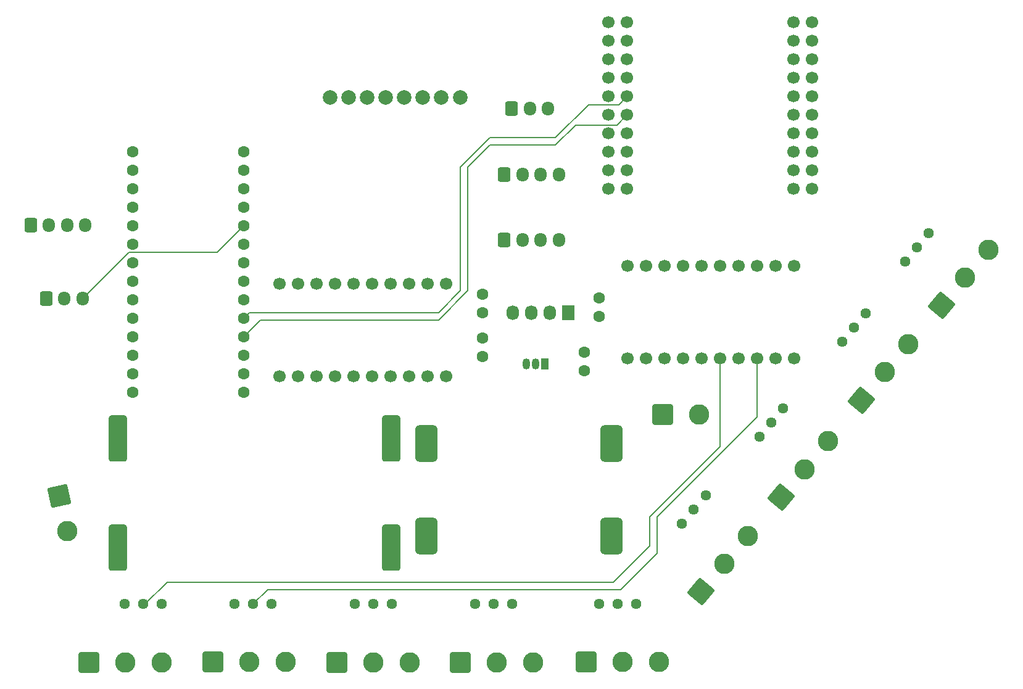
<source format=gbr>
%TF.GenerationSoftware,KiCad,Pcbnew,9.0.7*%
%TF.CreationDate,2026-01-22T08:28:16-05:00*%
%TF.ProjectId,ProtosuitDevBoard,50726f74-6f73-4756-9974-446576426f61,rev?*%
%TF.SameCoordinates,Original*%
%TF.FileFunction,Copper,L4,Bot*%
%TF.FilePolarity,Positive*%
%FSLAX46Y46*%
G04 Gerber Fmt 4.6, Leading zero omitted, Abs format (unit mm)*
G04 Created by KiCad (PCBNEW 9.0.7) date 2026-01-22 08:28:16*
%MOMM*%
%LPD*%
G01*
G04 APERTURE LIST*
G04 Aperture macros list*
%AMRoundRect*
0 Rectangle with rounded corners*
0 $1 Rounding radius*
0 $2 $3 $4 $5 $6 $7 $8 $9 X,Y pos of 4 corners*
0 Add a 4 corners polygon primitive as box body*
4,1,4,$2,$3,$4,$5,$6,$7,$8,$9,$2,$3,0*
0 Add four circle primitives for the rounded corners*
1,1,$1+$1,$2,$3*
1,1,$1+$1,$4,$5*
1,1,$1+$1,$6,$7*
1,1,$1+$1,$8,$9*
0 Add four rect primitives between the rounded corners*
20,1,$1+$1,$2,$3,$4,$5,0*
20,1,$1+$1,$4,$5,$6,$7,0*
20,1,$1+$1,$6,$7,$8,$9,0*
20,1,$1+$1,$8,$9,$2,$3,0*%
G04 Aperture macros list end*
%TA.AperFunction,ComponentPad*%
%ADD10R,1.730000X2.030000*%
%TD*%
%TA.AperFunction,ComponentPad*%
%ADD11O,1.730000X2.030000*%
%TD*%
%TA.AperFunction,ComponentPad*%
%ADD12RoundRect,0.250001X-1.149999X-1.149999X1.149999X-1.149999X1.149999X1.149999X-1.149999X1.149999X0*%
%TD*%
%TA.AperFunction,ComponentPad*%
%ADD13C,2.800000*%
%TD*%
%TA.AperFunction,ComponentPad*%
%ADD14RoundRect,0.250000X-0.600000X-0.725000X0.600000X-0.725000X0.600000X0.725000X-0.600000X0.725000X0*%
%TD*%
%TA.AperFunction,ComponentPad*%
%ADD15O,1.700000X1.950000*%
%TD*%
%TA.AperFunction,ComponentPad*%
%ADD16RoundRect,0.250001X0.141745X-1.620155X1.620155X0.141745X-0.141745X1.620155X-1.620155X-0.141745X0*%
%TD*%
%TA.AperFunction,ComponentPad*%
%ADD17C,1.440000*%
%TD*%
%TA.AperFunction,ComponentPad*%
%ADD18C,1.600000*%
%TD*%
%TA.AperFunction,ComponentPad*%
%ADD19RoundRect,0.450000X-1.050000X-2.050000X1.050000X-2.050000X1.050000X2.050000X-1.050000X2.050000X0*%
%TD*%
%TA.AperFunction,ComponentPad*%
%ADD20RoundRect,0.381000X0.889000X1.524000X-0.889000X1.524000X-0.889000X-1.524000X0.889000X-1.524000X0*%
%TD*%
%TA.AperFunction,ComponentPad*%
%ADD21C,1.700000*%
%TD*%
%TA.AperFunction,ComponentPad*%
%ADD22C,2.000000*%
%TD*%
%TA.AperFunction,ComponentPad*%
%ADD23RoundRect,0.250001X-1.371645X0.873834X-0.873834X-1.371645X1.371645X-0.873834X0.873834X1.371645X0*%
%TD*%
%TA.AperFunction,ComponentPad*%
%ADD24R,1.050000X1.500000*%
%TD*%
%TA.AperFunction,ComponentPad*%
%ADD25O,1.050000X1.500000*%
%TD*%
%TA.AperFunction,Conductor*%
%ADD26C,0.200000*%
%TD*%
G04 APERTURE END LIST*
D10*
%TO.P,J16,1,Pin_1*%
%TO.N,GND*%
X161800000Y-93000000D03*
D11*
%TO.P,J16,2,Pin_2*%
%TO.N,+5V*%
X159260000Y-93000000D03*
%TO.P,J16,3,Pin_3*%
%TO.N,Net-(J16-Pin_3)*%
X156720000Y-93000000D03*
%TO.P,J16,4,Pin_4*%
%TO.N,Net-(J16-Pin_4)*%
X154180000Y-93000000D03*
%TD*%
D12*
%TO.P,J1,1,Pin_1*%
%TO.N,GND*%
X174750000Y-106967500D03*
D13*
%TO.P,J1,2,Pin_2*%
%TO.N,Net-(J1-Pin_2)*%
X179750000Y-106967500D03*
%TD*%
D14*
%TO.P,J15,1,Pin_1*%
%TO.N,GND*%
X88000000Y-81000000D03*
D15*
%TO.P,J15,2,Pin_2*%
%TO.N,Net-(J12-Pin_2)*%
X90500000Y-81000000D03*
%TO.P,J15,3,Pin_3*%
%TO.N,Net-(J15-Pin_3)*%
X93000000Y-81000000D03*
%TO.P,J15,4,Pin_4*%
%TO.N,Net-(J15-Pin_4)*%
X95500000Y-81000000D03*
%TD*%
D16*
%TO.P,J7,1,Pin_1*%
%TO.N,GND*%
X213000000Y-92000000D03*
D13*
%TO.P,J7,2,Pin_2*%
%TO.N,+5V*%
X216213938Y-88169778D03*
%TO.P,J7,3,Pin_3*%
%TO.N,Net-(J7-Pin_3)*%
X219427876Y-84339556D03*
%TD*%
D17*
%TO.P,RV8,1,1*%
%TO.N,Net-(J10-Pin_3)*%
X106000000Y-133000000D03*
%TO.P,RV8,2,2*%
%TO.N,Net-(U6-B4)*%
X103460000Y-133000000D03*
%TO.P,RV8,3,3*%
%TO.N,unconnected-(RV8-Pad3)*%
X100920000Y-133000000D03*
%TD*%
D18*
%TO.P,R3,1*%
%TO.N,GND*%
X164000000Y-98460000D03*
%TO.P,R3,2*%
%TO.N,Net-(Q1-B)*%
X164000000Y-101000000D03*
%TD*%
D19*
%TO.P,U2,1,VIN+*%
%TO.N,Net-(J1-Pin_2)*%
X142300000Y-110920000D03*
%TO.P,U2,2,GND_IN*%
%TO.N,GND*%
X142300000Y-123620000D03*
%TO.P,U2,3,VOUT*%
%TO.N,+5V*%
X167700000Y-110920000D03*
%TO.P,U2,4,GND_OUT*%
%TO.N,GND*%
X167700000Y-123620000D03*
%TD*%
D20*
%TO.P,U1,1,VIN+*%
%TO.N,Net-(J1-Pin_2)*%
X137500000Y-111580001D03*
X137500000Y-109040000D03*
%TO.P,U1,2,GND_IN*%
%TO.N,GND*%
X137500000Y-126540000D03*
X137500000Y-124000000D03*
%TO.P,U1,3,VOUT*%
%TO.N,Net-(J2-Pin_2)*%
X100000000Y-111540000D03*
X100000000Y-109000000D03*
%TO.P,U1,4,GND_OUT*%
%TO.N,GND*%
X100000000Y-126540000D03*
X100000000Y-123999999D03*
%TD*%
D12*
%TO.P,J5,1,Pin_1*%
%TO.N,GND*%
X130000000Y-141000000D03*
D13*
%TO.P,J5,2,Pin_2*%
%TO.N,+5V*%
X135000000Y-141000000D03*
%TO.P,J5,3,Pin_3*%
%TO.N,Net-(J5-Pin_3)*%
X140000000Y-141000000D03*
%TD*%
D18*
%TO.P,R2,1*%
%TO.N,Net-(Q1-B)*%
X166000000Y-93540000D03*
%TO.P,R2,2*%
%TO.N,Net-(U4-IO33)*%
X166000000Y-91000000D03*
%TD*%
D12*
%TO.P,J10,1,Pin_1*%
%TO.N,GND*%
X96000000Y-141000000D03*
D13*
%TO.P,J10,2,Pin_2*%
%TO.N,+5V*%
X101000000Y-141000000D03*
%TO.P,J10,3,Pin_3*%
%TO.N,Net-(J10-Pin_3)*%
X106000000Y-141000000D03*
%TD*%
D17*
%TO.P,RV6,1,1*%
%TO.N,Net-(J8-Pin_3)*%
X121080000Y-133000000D03*
%TO.P,RV6,2,2*%
%TO.N,Net-(U6-B2)*%
X118540000Y-133000000D03*
%TO.P,RV6,3,3*%
%TO.N,unconnected-(RV6-Pad3)*%
X116000000Y-133000000D03*
%TD*%
D14*
%TO.P,J12,1,Pin_1*%
%TO.N,GND*%
X90118520Y-91082198D03*
D15*
%TO.P,J12,2,Pin_2*%
%TO.N,Net-(J12-Pin_2)*%
X92618520Y-91082198D03*
%TO.P,J12,3,Pin_3*%
%TO.N,Net-(J12-Pin_3)*%
X95118520Y-91082198D03*
%TD*%
D12*
%TO.P,J3,1,Pin_1*%
%TO.N,GND*%
X147000000Y-141000000D03*
D13*
%TO.P,J3,2,Pin_2*%
%TO.N,+5V*%
X152000000Y-141000000D03*
%TO.P,J3,3,Pin_3*%
%TO.N,Net-(J3-Pin_3)*%
X157000000Y-141000000D03*
%TD*%
D16*
%TO.P,J11,1,Pin_1*%
%TO.N,GND*%
X202000000Y-105000000D03*
D13*
%TO.P,J11,2,Pin_2*%
%TO.N,+5V*%
X205213938Y-101169778D03*
%TO.P,J11,3,Pin_3*%
%TO.N,Net-(J11-Pin_3)*%
X208427876Y-97339556D03*
%TD*%
D17*
%TO.P,RV3,1,1*%
%TO.N,Net-(J4-Pin_3)*%
X180632681Y-118054247D03*
%TO.P,RV3,2,2*%
%TO.N,Net-(U5-B3)*%
X179000000Y-120000000D03*
%TO.P,RV3,3,3*%
%TO.N,unconnected-(RV3-Pad3)*%
X177367320Y-121945753D03*
%TD*%
D16*
%TO.P,J4,1,Pin_1*%
%TO.N,GND*%
X179980466Y-131300224D03*
D13*
%TO.P,J4,2,Pin_2*%
%TO.N,+5V*%
X183194404Y-127470002D03*
%TO.P,J4,3,Pin_3*%
%TO.N,Net-(J4-Pin_3)*%
X186408342Y-123639780D03*
%TD*%
D21*
%TO.P,U6,1,VA*%
%TO.N,Net-(J13-Pin_2)*%
X192780000Y-86580000D03*
%TO.P,U6,2,A1*%
%TO.N,Net-(U4-IO5)*%
X190240000Y-86580000D03*
%TO.P,U6,3,A2*%
%TO.N,Net-(U4-IO23)*%
X187700000Y-86580000D03*
%TO.P,U6,4,A3*%
%TO.N,Net-(U4-IO19)*%
X185160000Y-86580000D03*
%TO.P,U6,5,A4*%
%TO.N,Net-(U4-IO18)*%
X182620000Y-86580000D03*
%TO.P,U6,6,A5*%
%TO.N,Net-(U4-IO26)*%
X180080000Y-86580000D03*
%TO.P,U6,7,A6*%
%TO.N,unconnected-(U6-A6-Pad7)*%
X177540000Y-86580000D03*
%TO.P,U6,8,A7*%
%TO.N,unconnected-(U6-A7-Pad8)*%
X175000000Y-86580000D03*
%TO.P,U6,9,A8*%
%TO.N,unconnected-(U6-A8-Pad9)*%
X172460000Y-86580000D03*
%TO.P,U6,10,OE*%
%TO.N,unconnected-(U6-OE-Pad10)*%
X169920000Y-86580000D03*
%TO.P,U6,11,VB*%
%TO.N,+5V*%
X192780000Y-99280000D03*
%TO.P,U6,12,B1*%
%TO.N,Net-(U6-B1)*%
X190240000Y-99280000D03*
%TO.P,U6,13,B2*%
%TO.N,Net-(U6-B2)*%
X187700000Y-99280000D03*
%TO.P,U6,14,B3*%
%TO.N,Net-(U6-B3)*%
X185160000Y-99280001D03*
%TO.P,U6,15,B4*%
%TO.N,Net-(U6-B4)*%
X182620000Y-99280000D03*
%TO.P,U6,16,B5*%
%TO.N,Net-(U6-B5)*%
X180080000Y-99280000D03*
%TO.P,U6,17,B6*%
%TO.N,unconnected-(U6-B6-Pad17)*%
X177540000Y-99280000D03*
%TO.P,U6,18,B7*%
%TO.N,unconnected-(U6-B7-Pad18)*%
X175000000Y-99280000D03*
%TO.P,U6,19,B8*%
%TO.N,unconnected-(U6-B8-Pad19)*%
X172460000Y-99280000D03*
%TO.P,U6,20,GND*%
%TO.N,GND*%
X169920000Y-99280000D03*
%TD*%
D18*
%TO.P,R1,1*%
%TO.N,Net-(J13-Pin_2)*%
X150000000Y-90460000D03*
%TO.P,R1,2*%
%TO.N,Net-(J16-Pin_3)*%
X150000000Y-93000000D03*
%TD*%
D17*
%TO.P,RV5,1,1*%
%TO.N,Net-(J7-Pin_3)*%
X211265361Y-82108494D03*
%TO.P,RV5,2,2*%
%TO.N,Net-(U6-B1)*%
X209632680Y-84054247D03*
%TO.P,RV5,3,3*%
%TO.N,unconnected-(RV5-Pad3)*%
X208000000Y-86000000D03*
%TD*%
D14*
%TO.P,J14,1,Pin_1*%
%TO.N,GND*%
X153000000Y-83000000D03*
D15*
%TO.P,J14,2,Pin_2*%
%TO.N,Net-(J13-Pin_2)*%
X155500000Y-83000000D03*
%TO.P,J14,3,Pin_3*%
%TO.N,Net-(J13-Pin_3)*%
X158000000Y-83000000D03*
%TO.P,J14,4,Pin_4*%
%TO.N,Net-(J13-Pin_4)*%
X160500000Y-83000000D03*
%TD*%
D17*
%TO.P,RV4,1,1*%
%TO.N,Net-(J3-Pin_3)*%
X154080000Y-133000000D03*
%TO.P,RV4,2,2*%
%TO.N,Net-(U5-B4)*%
X151540000Y-133000000D03*
%TO.P,RV4,3,3*%
%TO.N,unconnected-(RV4-Pad3)*%
X149000000Y-133000000D03*
%TD*%
D12*
%TO.P,J6,1,Pin_1*%
%TO.N,GND*%
X164250000Y-140967500D03*
D13*
%TO.P,J6,2,Pin_2*%
%TO.N,+5V*%
X169250000Y-140967500D03*
%TO.P,J6,3,Pin_3*%
%TO.N,Net-(J6-Pin_3)*%
X174250000Y-140967500D03*
%TD*%
D22*
%TO.P,U7,1,VCC*%
%TO.N,Net-(J12-Pin_2)*%
X146950000Y-63420000D03*
%TO.P,U7,2,GND*%
%TO.N,GND*%
X144320000Y-63420000D03*
%TO.P,U7,3,SCL*%
%TO.N,Net-(J15-Pin_4)*%
X141780000Y-63420000D03*
%TO.P,U7,4,SDA*%
%TO.N,Net-(J15-Pin_3)*%
X139240000Y-63420000D03*
%TO.P,U7,5,XDA*%
%TO.N,unconnected-(U7-XDA-Pad5)*%
X136700000Y-63420000D03*
%TO.P,U7,6,XCL*%
%TO.N,unconnected-(U7-XCL-Pad6)*%
X134160000Y-63420000D03*
%TO.P,U7,7,ADD*%
%TO.N,unconnected-(U7-ADD-Pad7)*%
X131620000Y-63420000D03*
%TO.P,U7,8,INT*%
%TO.N,unconnected-(U7-INT-Pad8)*%
X129080000Y-63420000D03*
%TD*%
D17*
%TO.P,RV9,1,1*%
%TO.N,Net-(J11-Pin_3)*%
X202632680Y-93054247D03*
%TO.P,RV9,2,2*%
%TO.N,Net-(U6-B5)*%
X200999999Y-95000000D03*
%TO.P,RV9,3,3*%
%TO.N,unconnected-(RV9-Pad3)*%
X199367319Y-96945753D03*
%TD*%
%TO.P,RV1,1,1*%
%TO.N,Net-(J6-Pin_3)*%
X171080000Y-133000000D03*
%TO.P,RV1,2,2*%
%TO.N,Net-(U5-B1)*%
X168540000Y-133000000D03*
%TO.P,RV1,3,3*%
%TO.N,unconnected-(RV1-Pad3)*%
X166000000Y-133000000D03*
%TD*%
D16*
%TO.P,J9,1,Pin_1*%
%TO.N,GND*%
X190980466Y-118300224D03*
D13*
%TO.P,J9,2,Pin_2*%
%TO.N,+5V*%
X194194404Y-114470002D03*
%TO.P,J9,3,Pin_3*%
%TO.N,Net-(J9-Pin_3)*%
X197408342Y-110639780D03*
%TD*%
D18*
%TO.P,R4,1*%
%TO.N,+5V*%
X150000000Y-96460000D03*
%TO.P,R4,2*%
%TO.N,Net-(J16-Pin_4)*%
X150000000Y-99000000D03*
%TD*%
D23*
%TO.P,J2,1,Pin_1*%
%TO.N,GND*%
X91917802Y-118118520D03*
D13*
%TO.P,J2,2,Pin_2*%
%TO.N,Net-(J2-Pin_2)*%
X93000000Y-123000000D03*
%TD*%
D17*
%TO.P,RV2,1,1*%
%TO.N,Net-(J5-Pin_3)*%
X137540000Y-132995000D03*
%TO.P,RV2,2,2*%
%TO.N,Net-(U5-B2)*%
X135000000Y-132995000D03*
%TO.P,RV2,3,3*%
%TO.N,unconnected-(RV2-Pad3)*%
X132460000Y-132995000D03*
%TD*%
D24*
%TO.P,Q1,1,E*%
%TO.N,GND*%
X158540000Y-100000000D03*
D25*
%TO.P,Q1,2,B*%
%TO.N,Net-(Q1-B)*%
X157270001Y-100000000D03*
%TO.P,Q1,3,C*%
%TO.N,Net-(J16-Pin_4)*%
X156000000Y-100000000D03*
%TD*%
D14*
%TO.P,J17,1,Pin_1*%
%TO.N,GND*%
X154000000Y-65000000D03*
D15*
%TO.P,J17,2,Pin_2*%
%TO.N,+5V*%
X156500001Y-65000001D03*
%TO.P,J17,3,Pin_3*%
%TO.N,Net-(J17-Pin_3)*%
X158999999Y-65000001D03*
%TD*%
D14*
%TO.P,J13,1,Pin_1*%
%TO.N,GND*%
X153000000Y-74000000D03*
D15*
%TO.P,J13,2,Pin_2*%
%TO.N,Net-(J13-Pin_2)*%
X155500000Y-74000000D03*
%TO.P,J13,3,Pin_3*%
%TO.N,Net-(J13-Pin_3)*%
X158000000Y-74000000D03*
%TO.P,J13,4,Pin_4*%
%TO.N,Net-(J13-Pin_4)*%
X160500000Y-74000000D03*
%TD*%
D12*
%TO.P,J8,1,Pin_1*%
%TO.N,GND*%
X113000000Y-140967500D03*
D13*
%TO.P,J8,2,Pin_2*%
%TO.N,+5V*%
X118000000Y-140967500D03*
%TO.P,J8,3,Pin_3*%
%TO.N,Net-(J8-Pin_3)*%
X123000000Y-140967500D03*
%TD*%
D17*
%TO.P,RV7,1,1*%
%TO.N,Net-(J9-Pin_3)*%
X191265361Y-106108494D03*
%TO.P,RV7,2,2*%
%TO.N,Net-(U6-B3)*%
X189632680Y-108054247D03*
%TO.P,RV7,3,3*%
%TO.N,unconnected-(RV7-Pad3)*%
X188000000Y-110000000D03*
%TD*%
D18*
%TO.P,U3,1,GND*%
%TO.N,GND*%
X102000000Y-70920000D03*
%TO.P,U3,2,0_RX1_CRX2_CS1*%
%TO.N,unconnected-(U3-0_RX1_CRX2_CS1-Pad2)*%
X102000000Y-73460000D03*
%TO.P,U3,3,1_TX1_CTX2_MISO1*%
%TO.N,unconnected-(U3-1_TX1_CTX2_MISO1-Pad3)*%
X102000000Y-76000000D03*
%TO.P,U3,4,2_OUT2*%
%TO.N,unconnected-(U3-2_OUT2-Pad4)*%
X102000000Y-78540000D03*
%TO.P,U3,5,3_LRCLK2*%
%TO.N,unconnected-(U3-3_LRCLK2-Pad5)*%
X102000000Y-81080000D03*
%TO.P,U3,6,4_BCLK2*%
%TO.N,unconnected-(U3-4_BCLK2-Pad6)*%
X102000000Y-83620000D03*
%TO.P,U3,7,5_IN2*%
%TO.N,Net-(U3-5_IN2)*%
X102000000Y-86160000D03*
%TO.P,U3,8,6_OUT1D*%
%TO.N,Net-(U3-6_OUT1D)*%
X102000000Y-88700000D03*
%TO.P,U3,9,7_RX2_OUT1A*%
%TO.N,unconnected-(U3-7_RX2_OUT1A-Pad9)*%
X102000000Y-91240000D03*
%TO.P,U3,10,8_TX2_IN1*%
%TO.N,unconnected-(U3-8_TX2_IN1-Pad10)*%
X102000000Y-93780000D03*
%TO.P,U3,11,9_OUT1C*%
%TO.N,unconnected-(U3-9_OUT1C-Pad11)*%
X102000000Y-96320000D03*
%TO.P,U3,12,10_CS_MQSR*%
%TO.N,unconnected-(U3-10_CS_MQSR-Pad12)*%
X102000000Y-98860000D03*
%TO.P,U3,13,11_MOSI_CTX1*%
%TO.N,unconnected-(U3-11_MOSI_CTX1-Pad13)*%
X102000000Y-101400000D03*
%TO.P,U3,14,12_MISO_MQSL*%
%TO.N,unconnected-(U3-12_MISO_MQSL-Pad14)*%
X102000000Y-103940000D03*
%TO.P,U3,20,13_SCK_CRX1_LED*%
%TO.N,unconnected-(U3-13_SCK_CRX1_LED-Pad20)*%
X117240000Y-103940000D03*
%TO.P,U3,21,14_A0_TX3_SPDIF_OUT*%
%TO.N,unconnected-(U3-14_A0_TX3_SPDIF_OUT-Pad21)*%
X117240000Y-101400000D03*
%TO.P,U3,22,15_A1_RX3_SPDIF_IN*%
%TO.N,unconnected-(U3-15_A1_RX3_SPDIF_IN-Pad22)*%
X117240000Y-98860000D03*
%TO.P,U3,23,16_A2_RX4_SCL1*%
%TO.N,Net-(U3-16_A2_RX4_SCL1)*%
X117240000Y-96320000D03*
%TO.P,U3,24,17_A3_TX4_SDA1*%
%TO.N,Net-(U3-17_A3_TX4_SDA1)*%
X117240000Y-93780000D03*
%TO.P,U3,25,18_A4_SDA0*%
%TO.N,Net-(J15-Pin_3)*%
X117240000Y-91240000D03*
%TO.P,U3,26,19_A5_SCL0*%
%TO.N,Net-(J15-Pin_4)*%
X117240000Y-88700000D03*
%TO.P,U3,27,20_A6_TX5_LRCLK1*%
%TO.N,Net-(U3-20_A6_TX5_LRCLK1)*%
X117240000Y-86160000D03*
%TO.P,U3,28,21_A7_RX5_BCLK1*%
%TO.N,Net-(U3-21_A7_RX5_BCLK1)*%
X117240000Y-83620000D03*
%TO.P,U3,29,22_A8_CTX1*%
%TO.N,Net-(J12-Pin_3)*%
X117240000Y-81080000D03*
%TO.P,U3,30,23_A9_CRX1_MCLK1*%
%TO.N,unconnected-(U3-23_A9_CRX1_MCLK1-Pad30)*%
X117240000Y-78540000D03*
%TO.P,U3,31,3V3*%
%TO.N,Net-(J12-Pin_2)*%
X117240000Y-76000000D03*
%TO.P,U3,32,GND*%
%TO.N,GND*%
X117240000Y-73460000D03*
%TO.P,U3,33,VIN*%
%TO.N,+5V*%
X117240000Y-70920000D03*
%TD*%
D21*
%TO.P,U4,1,GND*%
%TO.N,GND*%
X195240000Y-76000000D03*
%TO.P,U4,2,NC*%
%TO.N,unconnected-(U4-NC-Pad2)*%
X195240000Y-73460000D03*
%TO.P,U4,3,SVN*%
%TO.N,unconnected-(U4-SVN-Pad3)*%
X195240000Y-70920000D03*
%TO.P,U4,4,IO35*%
%TO.N,Net-(J16-Pin_3)*%
X195240000Y-68380000D03*
%TO.P,U4,5,IO33*%
%TO.N,Net-(U4-IO33)*%
X195240000Y-65840000D03*
%TO.P,U4,6,IO34*%
%TO.N,unconnected-(U4-IO34-Pad6)*%
X195240000Y-63300000D03*
%TO.P,U4,7,TMS*%
%TO.N,unconnected-(U4-TMS-Pad7)*%
X195240001Y-60760000D03*
%TO.P,U4,8,NC*%
%TO.N,unconnected-(U4-NC-Pad8)*%
X195240000Y-58220000D03*
%TO.P,U4,9,SD2*%
%TO.N,unconnected-(U4-SD2-Pad9)*%
X195240000Y-55680000D03*
%TO.P,U4,10,CMD*%
%TO.N,unconnected-(U4-CMD-Pad10)*%
X195240000Y-53140000D03*
%TO.P,U4,11,RST*%
%TO.N,unconnected-(U4-RST-Pad11)*%
X192700000Y-76000000D03*
%TO.P,U4,12,SVP*%
%TO.N,unconnected-(U4-SVP-Pad12)*%
X192700000Y-73460000D03*
%TO.P,U4,13,IO26*%
%TO.N,Net-(U4-IO26)*%
X192700000Y-70920000D03*
%TO.P,U4,14,IO18*%
%TO.N,Net-(U4-IO18)*%
X192700000Y-68380000D03*
%TO.P,U4,15,IO19*%
%TO.N,Net-(U4-IO19)*%
X192700000Y-65840000D03*
%TO.P,U4,16,IO23*%
%TO.N,Net-(U4-IO23)*%
X192700000Y-63300000D03*
%TO.P,U4,17,IO5*%
%TO.N,Net-(U4-IO5)*%
X192700000Y-60760000D03*
%TO.P,U4,18,3.3V*%
%TO.N,Net-(J13-Pin_2)*%
X192700000Y-58220000D03*
%TO.P,U4,19,TCK*%
%TO.N,unconnected-(U4-TCK-Pad19)*%
X192700000Y-55680000D03*
%TO.P,U4,20,SD3*%
%TO.N,unconnected-(U4-SD3-Pad20)*%
X192700000Y-53140000D03*
%TO.P,U4,21,TXD*%
%TO.N,unconnected-(U4-TXD-Pad21)*%
X169840000Y-76000000D03*
%TO.P,U4,22,RXD*%
%TO.N,unconnected-(U4-RXD-Pad22)*%
X169840000Y-73460000D03*
%TO.P,U4,23,IO22*%
%TO.N,Net-(J13-Pin_4)*%
X169840000Y-70920000D03*
%TO.P,U4,24,IO21*%
%TO.N,Net-(J13-Pin_3)*%
X169840000Y-68380000D03*
%TO.P,U4,25,IO17*%
%TO.N,Net-(U3-16_A2_RX4_SCL1)*%
X169840000Y-65840000D03*
%TO.P,U4,26,IO16*%
%TO.N,Net-(U3-17_A3_TX4_SDA1)*%
X169840001Y-63300000D03*
%TO.P,U4,27,GND*%
%TO.N,GND*%
X169840000Y-60760000D03*
%TO.P,U4,28,VCC*%
%TO.N,+5V*%
X169840000Y-58220000D03*
%TO.P,U4,29,TDO*%
%TO.N,unconnected-(U4-TDO-Pad29)*%
X169840000Y-55680000D03*
%TO.P,U4,30,SDD*%
%TO.N,unconnected-(U4-SDD-Pad30)*%
X169840000Y-53140000D03*
%TO.P,U4,31,GND*%
%TO.N,GND*%
X167300000Y-76000000D03*
%TO.P,U4,32,IO27*%
%TO.N,Net-(J17-Pin_3)*%
X167300000Y-73460000D03*
%TO.P,U4,33,IO25*%
%TO.N,unconnected-(U4-IO25-Pad33)*%
X167300000Y-70920000D03*
%TO.P,U4,34,IO32*%
%TO.N,unconnected-(U4-IO32-Pad34)*%
X167300000Y-68380000D03*
%TO.P,U4,35,TDI*%
%TO.N,unconnected-(U4-TDI-Pad35)*%
X167300000Y-65840000D03*
%TO.P,U4,36,IO4*%
%TO.N,unconnected-(U4-IO4-Pad36)*%
X167300000Y-63300000D03*
%TO.P,U4,37,IO0*%
%TO.N,unconnected-(U4-IO0-Pad37)*%
X167300000Y-60760000D03*
%TO.P,U4,38,IO2*%
%TO.N,unconnected-(U4-IO2-Pad38)*%
X167300000Y-58220000D03*
%TO.P,U4,39,SD1*%
%TO.N,unconnected-(U4-SD1-Pad39)*%
X167300000Y-55680000D03*
%TO.P,U4,40,CLK*%
%TO.N,unconnected-(U4-CLK-Pad40)*%
X167300000Y-53140000D03*
%TD*%
%TO.P,U5,1,VA*%
%TO.N,Net-(J12-Pin_2)*%
X145000000Y-89000000D03*
%TO.P,U5,2,A1*%
%TO.N,Net-(U3-21_A7_RX5_BCLK1)*%
X142460000Y-89000000D03*
%TO.P,U5,3,A2*%
%TO.N,Net-(U3-20_A6_TX5_LRCLK1)*%
X139920000Y-89000000D03*
%TO.P,U5,4,A3*%
%TO.N,Net-(U3-6_OUT1D)*%
X137380000Y-89000000D03*
%TO.P,U5,5,A4*%
%TO.N,Net-(U3-5_IN2)*%
X134840000Y-89000000D03*
%TO.P,U5,6,A5*%
%TO.N,unconnected-(U5-A5-Pad6)*%
X132300000Y-89000000D03*
%TO.P,U5,7,A6*%
%TO.N,unconnected-(U5-A6-Pad7)*%
X129760000Y-89000000D03*
%TO.P,U5,8,A7*%
%TO.N,unconnected-(U5-A7-Pad8)*%
X127220000Y-89000000D03*
%TO.P,U5,9,A8*%
%TO.N,unconnected-(U5-A8-Pad9)*%
X124680000Y-89000000D03*
%TO.P,U5,10,OE*%
%TO.N,unconnected-(U5-OE-Pad10)*%
X122140000Y-89000000D03*
%TO.P,U5,11,VB*%
%TO.N,+5V*%
X145000000Y-101700000D03*
%TO.P,U5,12,B1*%
%TO.N,Net-(U5-B1)*%
X142460000Y-101700000D03*
%TO.P,U5,13,B2*%
%TO.N,Net-(U5-B2)*%
X139920000Y-101700000D03*
%TO.P,U5,14,B3*%
%TO.N,Net-(U5-B3)*%
X137380000Y-101700001D03*
%TO.P,U5,15,B4*%
%TO.N,Net-(U5-B4)*%
X134840000Y-101700000D03*
%TO.P,U5,16,B5*%
%TO.N,unconnected-(U5-B5-Pad16)*%
X132300000Y-101700000D03*
%TO.P,U5,17,B6*%
%TO.N,unconnected-(U5-B6-Pad17)*%
X129760000Y-101700000D03*
%TO.P,U5,18,B7*%
%TO.N,unconnected-(U5-B7-Pad18)*%
X127220000Y-101700000D03*
%TO.P,U5,19,B8*%
%TO.N,unconnected-(U5-B8-Pad19)*%
X124680000Y-101700000D03*
%TO.P,U5,20,GND*%
%TO.N,GND*%
X122140000Y-101700000D03*
%TD*%
D26*
%TO.N,Net-(J12-Pin_3)*%
X95118520Y-91082198D02*
X101479718Y-84721000D01*
X113599000Y-84721000D02*
X117240000Y-81080000D01*
X101479718Y-84721000D02*
X113599000Y-84721000D01*
%TO.N,Net-(U6-B2)*%
X174000000Y-126000000D02*
X169000000Y-131000000D01*
X174000000Y-121000000D02*
X174000000Y-126000000D01*
X120540000Y-131000000D02*
X118540000Y-133000000D01*
X187700000Y-99280000D02*
X187700000Y-107300000D01*
X169000000Y-131000000D02*
X120540000Y-131000000D01*
X187700000Y-107300000D02*
X174000000Y-121000000D01*
%TO.N,Net-(U6-B4)*%
X173000000Y-125000000D02*
X168000000Y-130000000D01*
X173000000Y-121000000D02*
X173000000Y-125000000D01*
X182620000Y-111380000D02*
X173000000Y-121000000D01*
X103730000Y-133000000D02*
X103460000Y-133000000D01*
X168000000Y-130000000D02*
X106730000Y-130000000D01*
X182620000Y-99280000D02*
X182620000Y-111380000D01*
X106730000Y-130000000D02*
X103730000Y-133000000D01*
%TO.N,Net-(U3-17_A3_TX4_SDA1)*%
X118020000Y-93000000D02*
X144000000Y-93000000D01*
X144000000Y-93000000D02*
X147000000Y-90000000D01*
X164549000Y-64451000D02*
X168689001Y-64451000D01*
X147000000Y-90000000D02*
X147000000Y-73000000D01*
X160000000Y-69000000D02*
X164549000Y-64451000D01*
X151000000Y-69000000D02*
X160000000Y-69000000D01*
X117240000Y-93780000D02*
X118020000Y-93000000D01*
X147000000Y-73000000D02*
X151000000Y-69000000D01*
X168689001Y-64451000D02*
X169840001Y-63300000D01*
%TO.N,Net-(U3-16_A2_RX4_SCL1)*%
X168451000Y-67229000D02*
X162771000Y-67229000D01*
X162771000Y-67229000D02*
X160000000Y-70000000D01*
X148000000Y-73000000D02*
X148000000Y-90000000D01*
X119560000Y-94000000D02*
X117240000Y-96320000D01*
X169840000Y-65840000D02*
X168451000Y-67229000D01*
X144000000Y-94000000D02*
X119560000Y-94000000D01*
X160000000Y-70000000D02*
X151000000Y-70000000D01*
X151000000Y-70000000D02*
X148000000Y-73000000D01*
X148000000Y-90000000D02*
X144000000Y-94000000D01*
%TD*%
M02*

</source>
